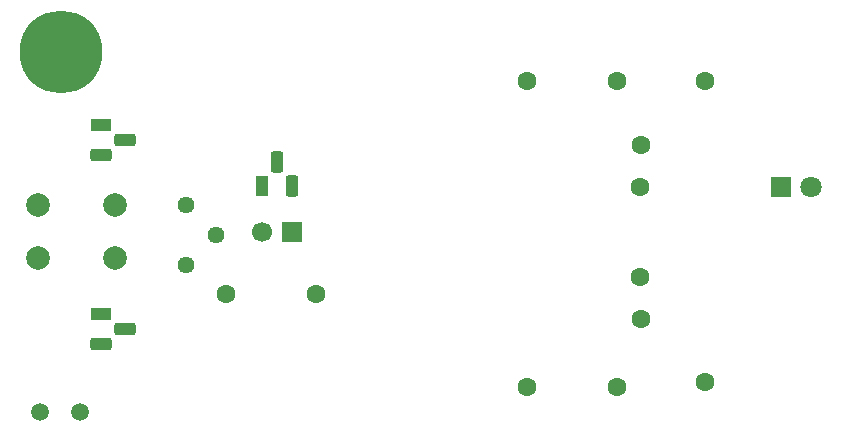
<source format=gbs>
G04 #@! TF.GenerationSoftware,KiCad,Pcbnew,9.0.2-2.fc42*
G04 #@! TF.CreationDate,2025-06-29T00:33:01+02:00*
G04 #@! TF.ProjectId,hack_solder,6861636b-5f73-46f6-9c64-65722e6b6963,rev?*
G04 #@! TF.SameCoordinates,Original*
G04 #@! TF.FileFunction,Soldermask,Bot*
G04 #@! TF.FilePolarity,Negative*
%FSLAX46Y46*%
G04 Gerber Fmt 4.6, Leading zero omitted, Abs format (unit mm)*
G04 Created by KiCad (PCBNEW 9.0.2-2.fc42) date 2025-06-29 00:33:01*
%MOMM*%
%LPD*%
G01*
G04 APERTURE LIST*
G04 Aperture macros list*
%AMRoundRect*
0 Rectangle with rounded corners*
0 $1 Rounding radius*
0 $2 $3 $4 $5 $6 $7 $8 $9 X,Y pos of 4 corners*
0 Add a 4 corners polygon primitive as box body*
4,1,4,$2,$3,$4,$5,$6,$7,$8,$9,$2,$3,0*
0 Add four circle primitives for the rounded corners*
1,1,$1+$1,$2,$3*
1,1,$1+$1,$4,$5*
1,1,$1+$1,$6,$7*
1,1,$1+$1,$8,$9*
0 Add four rect primitives between the rounded corners*
20,1,$1+$1,$2,$3,$4,$5,0*
20,1,$1+$1,$4,$5,$6,$7,0*
20,1,$1+$1,$6,$7,$8,$9,0*
20,1,$1+$1,$8,$9,$2,$3,0*%
G04 Aperture macros list end*
%ADD10C,1.440000*%
%ADD11C,7.000000*%
%ADD12C,1.600000*%
%ADD13C,1.500000*%
%ADD14C,2.000000*%
%ADD15R,1.800000X1.100000*%
%ADD16RoundRect,0.275000X-0.625000X0.275000X-0.625000X-0.275000X0.625000X-0.275000X0.625000X0.275000X0*%
%ADD17R,1.100000X1.800000*%
%ADD18RoundRect,0.275000X-0.275000X-0.625000X0.275000X-0.625000X0.275000X0.625000X-0.275000X0.625000X0*%
%ADD19R,1.700000X1.700000*%
%ADD20C,1.700000*%
%ADD21R,1.800000X1.800000*%
%ADD22C,1.800000*%
G04 APERTURE END LIST*
D10*
G04 #@! TO.C,RV1*
X27060000Y-52540000D03*
X29600000Y-50000000D03*
X27060000Y-47460000D03*
G04 #@! TD*
D11*
G04 #@! TO.C,REF\u002A\u002A*
X16500000Y-34500000D03*
G04 #@! TD*
D12*
G04 #@! TO.C,R3*
X65500000Y-46000000D03*
X65500000Y-53620000D03*
G04 #@! TD*
D13*
G04 #@! TO.C,R2*
X18050000Y-65000000D03*
X14650000Y-65000000D03*
G04 #@! TD*
D14*
G04 #@! TO.C,SW1*
X21000000Y-52000000D03*
X14500000Y-52000000D03*
X21000000Y-47500000D03*
X14500000Y-47500000D03*
G04 #@! TD*
D15*
G04 #@! TO.C,Q3*
X19830000Y-56730000D03*
D16*
X21900000Y-58000000D03*
X19830000Y-59270000D03*
G04 #@! TD*
D12*
G04 #@! TO.C,R1*
X65611846Y-42388154D03*
X71000000Y-37000000D03*
G04 #@! TD*
G04 #@! TO.C,R4*
X71000000Y-62500000D03*
X65611846Y-57111846D03*
G04 #@! TD*
D17*
G04 #@! TO.C,Q2*
X33460000Y-45900000D03*
D18*
X34730000Y-43830000D03*
X36000000Y-45900000D03*
G04 #@! TD*
D19*
G04 #@! TO.C,J1*
X36050000Y-49800000D03*
D20*
X33510000Y-49800000D03*
G04 #@! TD*
D21*
G04 #@! TO.C,D1*
X77460000Y-46000000D03*
D22*
X80000000Y-46000000D03*
G04 #@! TD*
D15*
G04 #@! TO.C,Q1*
X19830000Y-40730000D03*
D16*
X21900000Y-42000000D03*
X19830000Y-43270000D03*
G04 #@! TD*
D12*
G04 #@! TO.C,R5*
X63550000Y-36950000D03*
X55930000Y-36950000D03*
G04 #@! TD*
G04 #@! TO.C,R6*
X55880000Y-62900000D03*
X63500000Y-62900000D03*
G04 #@! TD*
G04 #@! TO.C,R7*
X38050000Y-55000000D03*
X30430000Y-55000000D03*
G04 #@! TD*
M02*

</source>
